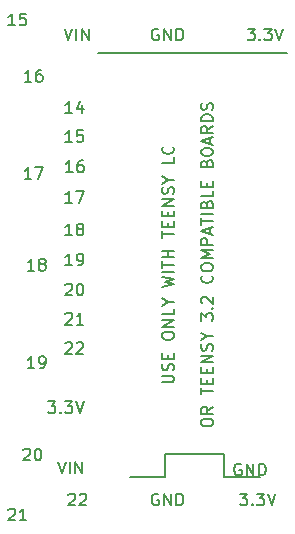
<source format=gto>
%TF.GenerationSoftware,KiCad,Pcbnew,4.0.5-e0-6337~49~ubuntu16.04.1*%
%TF.CreationDate,2017-01-31T09:51:37-08:00*%
%TF.ProjectId,4x7-Teensy-Breakout,3478372D5465656E73792D427265616B,1.0*%
%TF.FileFunction,Legend,Top*%
%FSLAX46Y46*%
G04 Gerber Fmt 4.6, Leading zero omitted, Abs format (unit mm)*
G04 Created by KiCad (PCBNEW 4.0.5-e0-6337~49~ubuntu16.04.1) date Tue Jan 31 09:51:37 2017*
%MOMM*%
%LPD*%
G01*
G04 APERTURE LIST*
%ADD10C,0.350000*%
%ADD11C,0.127000*%
%ADD12C,0.150000*%
G04 APERTURE END LIST*
D10*
D11*
X146906000Y-78593200D02*
X162906000Y-78593200D01*
X157606000Y-112494200D02*
X152606000Y-112494200D01*
X157606000Y-114494200D02*
X157606000Y-112494200D01*
X157606000Y-114494200D02*
X160606000Y-114494200D01*
X152606000Y-114494200D02*
X152606000Y-112494200D01*
X152606000Y-114494200D02*
X152606000Y-112494200D01*
X149606000Y-114494200D02*
X152606000Y-114494200D01*
X149606000Y-114494200D02*
X152606000Y-114494200D01*
D12*
X155629381Y-109937582D02*
X155629381Y-109747105D01*
X155677000Y-109651867D01*
X155772238Y-109556629D01*
X155962714Y-109509010D01*
X156296048Y-109509010D01*
X156486524Y-109556629D01*
X156581762Y-109651867D01*
X156629381Y-109747105D01*
X156629381Y-109937582D01*
X156581762Y-110032820D01*
X156486524Y-110128058D01*
X156296048Y-110175677D01*
X155962714Y-110175677D01*
X155772238Y-110128058D01*
X155677000Y-110032820D01*
X155629381Y-109937582D01*
X156629381Y-108509010D02*
X156153190Y-108842344D01*
X156629381Y-109080439D02*
X155629381Y-109080439D01*
X155629381Y-108699486D01*
X155677000Y-108604248D01*
X155724619Y-108556629D01*
X155819857Y-108509010D01*
X155962714Y-108509010D01*
X156057952Y-108556629D01*
X156105571Y-108604248D01*
X156153190Y-108699486D01*
X156153190Y-109080439D01*
X155629381Y-107461391D02*
X155629381Y-106889962D01*
X156629381Y-107175677D02*
X155629381Y-107175677D01*
X156105571Y-106556629D02*
X156105571Y-106223295D01*
X156629381Y-106080438D02*
X156629381Y-106556629D01*
X155629381Y-106556629D01*
X155629381Y-106080438D01*
X156105571Y-105651867D02*
X156105571Y-105318533D01*
X156629381Y-105175676D02*
X156629381Y-105651867D01*
X155629381Y-105651867D01*
X155629381Y-105175676D01*
X156629381Y-104747105D02*
X155629381Y-104747105D01*
X156629381Y-104175676D01*
X155629381Y-104175676D01*
X156581762Y-103747105D02*
X156629381Y-103604248D01*
X156629381Y-103366152D01*
X156581762Y-103270914D01*
X156534143Y-103223295D01*
X156438905Y-103175676D01*
X156343667Y-103175676D01*
X156248429Y-103223295D01*
X156200810Y-103270914D01*
X156153190Y-103366152D01*
X156105571Y-103556629D01*
X156057952Y-103651867D01*
X156010333Y-103699486D01*
X155915095Y-103747105D01*
X155819857Y-103747105D01*
X155724619Y-103699486D01*
X155677000Y-103651867D01*
X155629381Y-103556629D01*
X155629381Y-103318533D01*
X155677000Y-103175676D01*
X156153190Y-102556629D02*
X156629381Y-102556629D01*
X155629381Y-102889962D02*
X156153190Y-102556629D01*
X155629381Y-102223295D01*
X155629381Y-101223295D02*
X155629381Y-100604247D01*
X156010333Y-100937581D01*
X156010333Y-100794723D01*
X156057952Y-100699485D01*
X156105571Y-100651866D01*
X156200810Y-100604247D01*
X156438905Y-100604247D01*
X156534143Y-100651866D01*
X156581762Y-100699485D01*
X156629381Y-100794723D01*
X156629381Y-101080438D01*
X156581762Y-101175676D01*
X156534143Y-101223295D01*
X156534143Y-100175676D02*
X156581762Y-100128057D01*
X156629381Y-100175676D01*
X156581762Y-100223295D01*
X156534143Y-100175676D01*
X156629381Y-100175676D01*
X155724619Y-99747105D02*
X155677000Y-99699486D01*
X155629381Y-99604248D01*
X155629381Y-99366152D01*
X155677000Y-99270914D01*
X155724619Y-99223295D01*
X155819857Y-99175676D01*
X155915095Y-99175676D01*
X156057952Y-99223295D01*
X156629381Y-99794724D01*
X156629381Y-99175676D01*
X156534143Y-97413771D02*
X156581762Y-97461390D01*
X156629381Y-97604247D01*
X156629381Y-97699485D01*
X156581762Y-97842343D01*
X156486524Y-97937581D01*
X156391286Y-97985200D01*
X156200810Y-98032819D01*
X156057952Y-98032819D01*
X155867476Y-97985200D01*
X155772238Y-97937581D01*
X155677000Y-97842343D01*
X155629381Y-97699485D01*
X155629381Y-97604247D01*
X155677000Y-97461390D01*
X155724619Y-97413771D01*
X155629381Y-96794724D02*
X155629381Y-96604247D01*
X155677000Y-96509009D01*
X155772238Y-96413771D01*
X155962714Y-96366152D01*
X156296048Y-96366152D01*
X156486524Y-96413771D01*
X156581762Y-96509009D01*
X156629381Y-96604247D01*
X156629381Y-96794724D01*
X156581762Y-96889962D01*
X156486524Y-96985200D01*
X156296048Y-97032819D01*
X155962714Y-97032819D01*
X155772238Y-96985200D01*
X155677000Y-96889962D01*
X155629381Y-96794724D01*
X156629381Y-95937581D02*
X155629381Y-95937581D01*
X156343667Y-95604247D01*
X155629381Y-95270914D01*
X156629381Y-95270914D01*
X156629381Y-94794724D02*
X155629381Y-94794724D01*
X155629381Y-94413771D01*
X155677000Y-94318533D01*
X155724619Y-94270914D01*
X155819857Y-94223295D01*
X155962714Y-94223295D01*
X156057952Y-94270914D01*
X156105571Y-94318533D01*
X156153190Y-94413771D01*
X156153190Y-94794724D01*
X156343667Y-93842343D02*
X156343667Y-93366152D01*
X156629381Y-93937581D02*
X155629381Y-93604248D01*
X156629381Y-93270914D01*
X155629381Y-93080438D02*
X155629381Y-92509009D01*
X156629381Y-92794724D02*
X155629381Y-92794724D01*
X156629381Y-92175676D02*
X155629381Y-92175676D01*
X156105571Y-91366152D02*
X156153190Y-91223295D01*
X156200810Y-91175676D01*
X156296048Y-91128057D01*
X156438905Y-91128057D01*
X156534143Y-91175676D01*
X156581762Y-91223295D01*
X156629381Y-91318533D01*
X156629381Y-91699486D01*
X155629381Y-91699486D01*
X155629381Y-91366152D01*
X155677000Y-91270914D01*
X155724619Y-91223295D01*
X155819857Y-91175676D01*
X155915095Y-91175676D01*
X156010333Y-91223295D01*
X156057952Y-91270914D01*
X156105571Y-91366152D01*
X156105571Y-91699486D01*
X156629381Y-90223295D02*
X156629381Y-90699486D01*
X155629381Y-90699486D01*
X156105571Y-89889962D02*
X156105571Y-89556628D01*
X156629381Y-89413771D02*
X156629381Y-89889962D01*
X155629381Y-89889962D01*
X155629381Y-89413771D01*
X156105571Y-87889961D02*
X156153190Y-87747104D01*
X156200810Y-87699485D01*
X156296048Y-87651866D01*
X156438905Y-87651866D01*
X156534143Y-87699485D01*
X156581762Y-87747104D01*
X156629381Y-87842342D01*
X156629381Y-88223295D01*
X155629381Y-88223295D01*
X155629381Y-87889961D01*
X155677000Y-87794723D01*
X155724619Y-87747104D01*
X155819857Y-87699485D01*
X155915095Y-87699485D01*
X156010333Y-87747104D01*
X156057952Y-87794723D01*
X156105571Y-87889961D01*
X156105571Y-88223295D01*
X155629381Y-87032819D02*
X155629381Y-86842342D01*
X155677000Y-86747104D01*
X155772238Y-86651866D01*
X155962714Y-86604247D01*
X156296048Y-86604247D01*
X156486524Y-86651866D01*
X156581762Y-86747104D01*
X156629381Y-86842342D01*
X156629381Y-87032819D01*
X156581762Y-87128057D01*
X156486524Y-87223295D01*
X156296048Y-87270914D01*
X155962714Y-87270914D01*
X155772238Y-87223295D01*
X155677000Y-87128057D01*
X155629381Y-87032819D01*
X156343667Y-86223295D02*
X156343667Y-85747104D01*
X156629381Y-86318533D02*
X155629381Y-85985200D01*
X156629381Y-85651866D01*
X156629381Y-84747104D02*
X156153190Y-85080438D01*
X156629381Y-85318533D02*
X155629381Y-85318533D01*
X155629381Y-84937580D01*
X155677000Y-84842342D01*
X155724619Y-84794723D01*
X155819857Y-84747104D01*
X155962714Y-84747104D01*
X156057952Y-84794723D01*
X156105571Y-84842342D01*
X156153190Y-84937580D01*
X156153190Y-85318533D01*
X156629381Y-84318533D02*
X155629381Y-84318533D01*
X155629381Y-84080438D01*
X155677000Y-83937580D01*
X155772238Y-83842342D01*
X155867476Y-83794723D01*
X156057952Y-83747104D01*
X156200810Y-83747104D01*
X156391286Y-83794723D01*
X156486524Y-83842342D01*
X156581762Y-83937580D01*
X156629381Y-84080438D01*
X156629381Y-84318533D01*
X156581762Y-83366152D02*
X156629381Y-83223295D01*
X156629381Y-82985199D01*
X156581762Y-82889961D01*
X156534143Y-82842342D01*
X156438905Y-82794723D01*
X156343667Y-82794723D01*
X156248429Y-82842342D01*
X156200810Y-82889961D01*
X156153190Y-82985199D01*
X156105571Y-83175676D01*
X156057952Y-83270914D01*
X156010333Y-83318533D01*
X155915095Y-83366152D01*
X155819857Y-83366152D01*
X155724619Y-83318533D01*
X155677000Y-83270914D01*
X155629381Y-83175676D01*
X155629381Y-82937580D01*
X155677000Y-82794723D01*
X152327381Y-106437582D02*
X153136905Y-106437582D01*
X153232143Y-106389963D01*
X153279762Y-106342344D01*
X153327381Y-106247106D01*
X153327381Y-106056629D01*
X153279762Y-105961391D01*
X153232143Y-105913772D01*
X153136905Y-105866153D01*
X152327381Y-105866153D01*
X153279762Y-105437582D02*
X153327381Y-105294725D01*
X153327381Y-105056629D01*
X153279762Y-104961391D01*
X153232143Y-104913772D01*
X153136905Y-104866153D01*
X153041667Y-104866153D01*
X152946429Y-104913772D01*
X152898810Y-104961391D01*
X152851190Y-105056629D01*
X152803571Y-105247106D01*
X152755952Y-105342344D01*
X152708333Y-105389963D01*
X152613095Y-105437582D01*
X152517857Y-105437582D01*
X152422619Y-105389963D01*
X152375000Y-105342344D01*
X152327381Y-105247106D01*
X152327381Y-105009010D01*
X152375000Y-104866153D01*
X152803571Y-104437582D02*
X152803571Y-104104248D01*
X153327381Y-103961391D02*
X153327381Y-104437582D01*
X152327381Y-104437582D01*
X152327381Y-103961391D01*
X152327381Y-102580439D02*
X152327381Y-102389962D01*
X152375000Y-102294724D01*
X152470238Y-102199486D01*
X152660714Y-102151867D01*
X152994048Y-102151867D01*
X153184524Y-102199486D01*
X153279762Y-102294724D01*
X153327381Y-102389962D01*
X153327381Y-102580439D01*
X153279762Y-102675677D01*
X153184524Y-102770915D01*
X152994048Y-102818534D01*
X152660714Y-102818534D01*
X152470238Y-102770915D01*
X152375000Y-102675677D01*
X152327381Y-102580439D01*
X153327381Y-101723296D02*
X152327381Y-101723296D01*
X153327381Y-101151867D01*
X152327381Y-101151867D01*
X153327381Y-100199486D02*
X153327381Y-100675677D01*
X152327381Y-100675677D01*
X152851190Y-99675677D02*
X153327381Y-99675677D01*
X152327381Y-100009010D02*
X152851190Y-99675677D01*
X152327381Y-99342343D01*
X152327381Y-98342343D02*
X153327381Y-98104248D01*
X152613095Y-97913771D01*
X153327381Y-97723295D01*
X152327381Y-97485200D01*
X153327381Y-97104248D02*
X152327381Y-97104248D01*
X152327381Y-96770915D02*
X152327381Y-96199486D01*
X153327381Y-96485201D02*
X152327381Y-96485201D01*
X153327381Y-95866153D02*
X152327381Y-95866153D01*
X152803571Y-95866153D02*
X152803571Y-95294724D01*
X153327381Y-95294724D02*
X152327381Y-95294724D01*
X152327381Y-94199486D02*
X152327381Y-93628057D01*
X153327381Y-93913772D02*
X152327381Y-93913772D01*
X152803571Y-93294724D02*
X152803571Y-92961390D01*
X153327381Y-92818533D02*
X153327381Y-93294724D01*
X152327381Y-93294724D01*
X152327381Y-92818533D01*
X152803571Y-92389962D02*
X152803571Y-92056628D01*
X153327381Y-91913771D02*
X153327381Y-92389962D01*
X152327381Y-92389962D01*
X152327381Y-91913771D01*
X153327381Y-91485200D02*
X152327381Y-91485200D01*
X153327381Y-90913771D01*
X152327381Y-90913771D01*
X153279762Y-90485200D02*
X153327381Y-90342343D01*
X153327381Y-90104247D01*
X153279762Y-90009009D01*
X153232143Y-89961390D01*
X153136905Y-89913771D01*
X153041667Y-89913771D01*
X152946429Y-89961390D01*
X152898810Y-90009009D01*
X152851190Y-90104247D01*
X152803571Y-90294724D01*
X152755952Y-90389962D01*
X152708333Y-90437581D01*
X152613095Y-90485200D01*
X152517857Y-90485200D01*
X152422619Y-90437581D01*
X152375000Y-90389962D01*
X152327381Y-90294724D01*
X152327381Y-90056628D01*
X152375000Y-89913771D01*
X152851190Y-89294724D02*
X153327381Y-89294724D01*
X152327381Y-89628057D02*
X152851190Y-89294724D01*
X152327381Y-88961390D01*
X153327381Y-87389961D02*
X153327381Y-87866152D01*
X152327381Y-87866152D01*
X153232143Y-86485199D02*
X153279762Y-86532818D01*
X153327381Y-86675675D01*
X153327381Y-86770913D01*
X153279762Y-86913771D01*
X153184524Y-87009009D01*
X153089286Y-87056628D01*
X152898810Y-87104247D01*
X152755952Y-87104247D01*
X152565476Y-87056628D01*
X152470238Y-87009009D01*
X152375000Y-86913771D01*
X152327381Y-86770913D01*
X152327381Y-86675675D01*
X152375000Y-86532818D01*
X152422619Y-86485199D01*
X142679810Y-108045581D02*
X143298858Y-108045581D01*
X142965524Y-108426533D01*
X143108382Y-108426533D01*
X143203620Y-108474152D01*
X143251239Y-108521771D01*
X143298858Y-108617010D01*
X143298858Y-108855105D01*
X143251239Y-108950343D01*
X143203620Y-108997962D01*
X143108382Y-109045581D01*
X142822667Y-109045581D01*
X142727429Y-108997962D01*
X142679810Y-108950343D01*
X143727429Y-108950343D02*
X143775048Y-108997962D01*
X143727429Y-109045581D01*
X143679810Y-108997962D01*
X143727429Y-108950343D01*
X143727429Y-109045581D01*
X144108381Y-108045581D02*
X144727429Y-108045581D01*
X144394095Y-108426533D01*
X144536953Y-108426533D01*
X144632191Y-108474152D01*
X144679810Y-108521771D01*
X144727429Y-108617010D01*
X144727429Y-108855105D01*
X144679810Y-108950343D01*
X144632191Y-108997962D01*
X144536953Y-109045581D01*
X144251238Y-109045581D01*
X144156000Y-108997962D01*
X144108381Y-108950343D01*
X145013143Y-108045581D02*
X145346476Y-109045581D01*
X145679810Y-108045581D01*
X141255524Y-89235581D02*
X140684095Y-89235581D01*
X140969809Y-89235581D02*
X140969809Y-88235581D01*
X140874571Y-88378438D01*
X140779333Y-88473676D01*
X140684095Y-88521295D01*
X141588857Y-88235581D02*
X142255524Y-88235581D01*
X141826952Y-89235581D01*
X141255524Y-80985581D02*
X140684095Y-80985581D01*
X140969809Y-80985581D02*
X140969809Y-79985581D01*
X140874571Y-80128438D01*
X140779333Y-80223676D01*
X140684095Y-80271295D01*
X142112667Y-79985581D02*
X141922190Y-79985581D01*
X141826952Y-80033200D01*
X141779333Y-80080819D01*
X141684095Y-80223676D01*
X141636476Y-80414152D01*
X141636476Y-80795105D01*
X141684095Y-80890343D01*
X141731714Y-80937962D01*
X141826952Y-80985581D01*
X142017429Y-80985581D01*
X142112667Y-80937962D01*
X142160286Y-80890343D01*
X142207905Y-80795105D01*
X142207905Y-80557010D01*
X142160286Y-80461771D01*
X142112667Y-80414152D01*
X142017429Y-80366533D01*
X141826952Y-80366533D01*
X141731714Y-80414152D01*
X141684095Y-80461771D01*
X141636476Y-80557010D01*
X159004096Y-113368200D02*
X158908858Y-113320581D01*
X158766001Y-113320581D01*
X158623143Y-113368200D01*
X158527905Y-113463438D01*
X158480286Y-113558676D01*
X158432667Y-113749152D01*
X158432667Y-113892010D01*
X158480286Y-114082486D01*
X158527905Y-114177724D01*
X158623143Y-114272962D01*
X158766001Y-114320581D01*
X158861239Y-114320581D01*
X159004096Y-114272962D01*
X159051715Y-114225343D01*
X159051715Y-113892010D01*
X158861239Y-113892010D01*
X159480286Y-114320581D02*
X159480286Y-113320581D01*
X160051715Y-114320581D01*
X160051715Y-113320581D01*
X160527905Y-114320581D02*
X160527905Y-113320581D01*
X160766000Y-113320581D01*
X160908858Y-113368200D01*
X161004096Y-113463438D01*
X161051715Y-113558676D01*
X161099334Y-113749152D01*
X161099334Y-113892010D01*
X161051715Y-114082486D01*
X161004096Y-114177724D01*
X160908858Y-114272962D01*
X160766000Y-114320581D01*
X160527905Y-114320581D01*
X144144095Y-100640819D02*
X144191714Y-100593200D01*
X144286952Y-100545581D01*
X144525048Y-100545581D01*
X144620286Y-100593200D01*
X144667905Y-100640819D01*
X144715524Y-100736057D01*
X144715524Y-100831295D01*
X144667905Y-100974152D01*
X144096476Y-101545581D01*
X144715524Y-101545581D01*
X145667905Y-101545581D02*
X145096476Y-101545581D01*
X145382190Y-101545581D02*
X145382190Y-100545581D01*
X145286952Y-100688438D01*
X145191714Y-100783676D01*
X145096476Y-100831295D01*
X144765524Y-88645581D02*
X144194095Y-88645581D01*
X144479809Y-88645581D02*
X144479809Y-87645581D01*
X144384571Y-87788438D01*
X144289333Y-87883676D01*
X144194095Y-87931295D01*
X145622667Y-87645581D02*
X145432190Y-87645581D01*
X145336952Y-87693200D01*
X145289333Y-87740819D01*
X145194095Y-87883676D01*
X145146476Y-88074152D01*
X145146476Y-88455105D01*
X145194095Y-88550343D01*
X145241714Y-88597962D01*
X145336952Y-88645581D01*
X145527429Y-88645581D01*
X145622667Y-88597962D01*
X145670286Y-88550343D01*
X145717905Y-88455105D01*
X145717905Y-88217010D01*
X145670286Y-88121771D01*
X145622667Y-88074152D01*
X145527429Y-88026533D01*
X145336952Y-88026533D01*
X145241714Y-88074152D01*
X145194095Y-88121771D01*
X145146476Y-88217010D01*
X144715524Y-91246581D02*
X144144095Y-91246581D01*
X144429809Y-91246581D02*
X144429809Y-90246581D01*
X144334571Y-90389438D01*
X144239333Y-90484676D01*
X144144095Y-90532295D01*
X145048857Y-90246581D02*
X145715524Y-90246581D01*
X145286952Y-91246581D01*
X141505524Y-105235581D02*
X140934095Y-105235581D01*
X141219809Y-105235581D02*
X141219809Y-104235581D01*
X141124571Y-104378438D01*
X141029333Y-104473676D01*
X140934095Y-104521295D01*
X141981714Y-105235581D02*
X142172190Y-105235581D01*
X142267429Y-105187962D01*
X142315048Y-105140343D01*
X142410286Y-104997486D01*
X142457905Y-104807010D01*
X142457905Y-104426057D01*
X142410286Y-104330819D01*
X142362667Y-104283200D01*
X142267429Y-104235581D01*
X142076952Y-104235581D01*
X141981714Y-104283200D01*
X141934095Y-104330819D01*
X141886476Y-104426057D01*
X141886476Y-104664152D01*
X141934095Y-104759390D01*
X141981714Y-104807010D01*
X142076952Y-104854629D01*
X142267429Y-104854629D01*
X142362667Y-104807010D01*
X142410286Y-104759390D01*
X142457905Y-104664152D01*
X144715524Y-86095581D02*
X144144095Y-86095581D01*
X144429809Y-86095581D02*
X144429809Y-85095581D01*
X144334571Y-85238438D01*
X144239333Y-85333676D01*
X144144095Y-85381295D01*
X145620286Y-85095581D02*
X145144095Y-85095581D01*
X145096476Y-85571771D01*
X145144095Y-85524152D01*
X145239333Y-85476533D01*
X145477429Y-85476533D01*
X145572667Y-85524152D01*
X145620286Y-85571771D01*
X145667905Y-85667010D01*
X145667905Y-85905105D01*
X145620286Y-86000343D01*
X145572667Y-86047962D01*
X145477429Y-86095581D01*
X145239333Y-86095581D01*
X145144095Y-86047962D01*
X145096476Y-86000343D01*
X141505524Y-96985581D02*
X140934095Y-96985581D01*
X141219809Y-96985581D02*
X141219809Y-95985581D01*
X141124571Y-96128438D01*
X141029333Y-96223676D01*
X140934095Y-96271295D01*
X142076952Y-96414152D02*
X141981714Y-96366533D01*
X141934095Y-96318914D01*
X141886476Y-96223676D01*
X141886476Y-96176057D01*
X141934095Y-96080819D01*
X141981714Y-96033200D01*
X142076952Y-95985581D01*
X142267429Y-95985581D01*
X142362667Y-96033200D01*
X142410286Y-96080819D01*
X142457905Y-96176057D01*
X142457905Y-96223676D01*
X142410286Y-96318914D01*
X142362667Y-96366533D01*
X142267429Y-96414152D01*
X142076952Y-96414152D01*
X141981714Y-96461771D01*
X141934095Y-96509390D01*
X141886476Y-96604629D01*
X141886476Y-96795105D01*
X141934095Y-96890343D01*
X141981714Y-96937962D01*
X142076952Y-96985581D01*
X142267429Y-96985581D01*
X142362667Y-96937962D01*
X142410286Y-96890343D01*
X142457905Y-96795105D01*
X142457905Y-96604629D01*
X142410286Y-96509390D01*
X142362667Y-96461771D01*
X142267429Y-96414152D01*
X140589095Y-112145819D02*
X140636714Y-112098200D01*
X140731952Y-112050581D01*
X140970048Y-112050581D01*
X141065286Y-112098200D01*
X141112905Y-112145819D01*
X141160524Y-112241057D01*
X141160524Y-112336295D01*
X141112905Y-112479152D01*
X140541476Y-113050581D01*
X141160524Y-113050581D01*
X141779571Y-112050581D02*
X141874810Y-112050581D01*
X141970048Y-112098200D01*
X142017667Y-112145819D01*
X142065286Y-112241057D01*
X142112905Y-112431533D01*
X142112905Y-112669629D01*
X142065286Y-112860105D01*
X142017667Y-112955343D01*
X141970048Y-113002962D01*
X141874810Y-113050581D01*
X141779571Y-113050581D01*
X141684333Y-113002962D01*
X141636714Y-112955343D01*
X141589095Y-112860105D01*
X141541476Y-112669629D01*
X141541476Y-112431533D01*
X141589095Y-112241057D01*
X141636714Y-112145819D01*
X141684333Y-112098200D01*
X141779571Y-112050581D01*
X144144095Y-103141819D02*
X144191714Y-103094200D01*
X144286952Y-103046581D01*
X144525048Y-103046581D01*
X144620286Y-103094200D01*
X144667905Y-103141819D01*
X144715524Y-103237057D01*
X144715524Y-103332295D01*
X144667905Y-103475152D01*
X144096476Y-104046581D01*
X144715524Y-104046581D01*
X145096476Y-103141819D02*
X145144095Y-103094200D01*
X145239333Y-103046581D01*
X145477429Y-103046581D01*
X145572667Y-103094200D01*
X145620286Y-103141819D01*
X145667905Y-103237057D01*
X145667905Y-103332295D01*
X145620286Y-103475152D01*
X145048857Y-104046581D01*
X145667905Y-104046581D01*
X139890524Y-76220581D02*
X139319095Y-76220581D01*
X139604809Y-76220581D02*
X139604809Y-75220581D01*
X139509571Y-75363438D01*
X139414333Y-75458676D01*
X139319095Y-75506295D01*
X140795286Y-75220581D02*
X140319095Y-75220581D01*
X140271476Y-75696771D01*
X140319095Y-75649152D01*
X140414333Y-75601533D01*
X140652429Y-75601533D01*
X140747667Y-75649152D01*
X140795286Y-75696771D01*
X140842905Y-75792010D01*
X140842905Y-76030105D01*
X140795286Y-76125343D01*
X140747667Y-76172962D01*
X140652429Y-76220581D01*
X140414333Y-76220581D01*
X140319095Y-76172962D01*
X140271476Y-76125343D01*
X144715524Y-83645581D02*
X144144095Y-83645581D01*
X144429809Y-83645581D02*
X144429809Y-82645581D01*
X144334571Y-82788438D01*
X144239333Y-82883676D01*
X144144095Y-82931295D01*
X145572667Y-82978914D02*
X145572667Y-83645581D01*
X145334571Y-82597962D02*
X145096476Y-83312248D01*
X145715524Y-83312248D01*
X144144095Y-98175819D02*
X144191714Y-98128200D01*
X144286952Y-98080581D01*
X144525048Y-98080581D01*
X144620286Y-98128200D01*
X144667905Y-98175819D01*
X144715524Y-98271057D01*
X144715524Y-98366295D01*
X144667905Y-98509152D01*
X144096476Y-99080581D01*
X144715524Y-99080581D01*
X145334571Y-98080581D02*
X145429810Y-98080581D01*
X145525048Y-98128200D01*
X145572667Y-98175819D01*
X145620286Y-98271057D01*
X145667905Y-98461533D01*
X145667905Y-98699629D01*
X145620286Y-98890105D01*
X145572667Y-98985343D01*
X145525048Y-99032962D01*
X145429810Y-99080581D01*
X145334571Y-99080581D01*
X145239333Y-99032962D01*
X145191714Y-98985343D01*
X145144095Y-98890105D01*
X145096476Y-98699629D01*
X145096476Y-98461533D01*
X145144095Y-98271057D01*
X145191714Y-98175819D01*
X145239333Y-98128200D01*
X145334571Y-98080581D01*
X144715524Y-96540581D02*
X144144095Y-96540581D01*
X144429809Y-96540581D02*
X144429809Y-95540581D01*
X144334571Y-95683438D01*
X144239333Y-95778676D01*
X144144095Y-95826295D01*
X145191714Y-96540581D02*
X145382190Y-96540581D01*
X145477429Y-96492962D01*
X145525048Y-96445343D01*
X145620286Y-96302486D01*
X145667905Y-96112010D01*
X145667905Y-95731057D01*
X145620286Y-95635819D01*
X145572667Y-95588200D01*
X145477429Y-95540581D01*
X145286952Y-95540581D01*
X145191714Y-95588200D01*
X145144095Y-95635819D01*
X145096476Y-95731057D01*
X145096476Y-95969152D01*
X145144095Y-96064390D01*
X145191714Y-96112010D01*
X145286952Y-96159629D01*
X145477429Y-96159629D01*
X145572667Y-96112010D01*
X145620286Y-96064390D01*
X145667905Y-95969152D01*
X144715524Y-94000581D02*
X144144095Y-94000581D01*
X144429809Y-94000581D02*
X144429809Y-93000581D01*
X144334571Y-93143438D01*
X144239333Y-93238676D01*
X144144095Y-93286295D01*
X145286952Y-93429152D02*
X145191714Y-93381533D01*
X145144095Y-93333914D01*
X145096476Y-93238676D01*
X145096476Y-93191057D01*
X145144095Y-93095819D01*
X145191714Y-93048200D01*
X145286952Y-93000581D01*
X145477429Y-93000581D01*
X145572667Y-93048200D01*
X145620286Y-93095819D01*
X145667905Y-93191057D01*
X145667905Y-93238676D01*
X145620286Y-93333914D01*
X145572667Y-93381533D01*
X145477429Y-93429152D01*
X145286952Y-93429152D01*
X145191714Y-93476771D01*
X145144095Y-93524390D01*
X145096476Y-93619629D01*
X145096476Y-93810105D01*
X145144095Y-93905343D01*
X145191714Y-93952962D01*
X145286952Y-94000581D01*
X145477429Y-94000581D01*
X145572667Y-93952962D01*
X145620286Y-93905343D01*
X145667905Y-93810105D01*
X145667905Y-93619629D01*
X145620286Y-93524390D01*
X145572667Y-93476771D01*
X145477429Y-93429152D01*
X144065762Y-76490581D02*
X144399095Y-77490581D01*
X144732429Y-76490581D01*
X145065762Y-77490581D02*
X145065762Y-76490581D01*
X145541952Y-77490581D02*
X145541952Y-76490581D01*
X146113381Y-77490581D01*
X146113381Y-76490581D01*
X139319095Y-117225819D02*
X139366714Y-117178200D01*
X139461952Y-117130581D01*
X139700048Y-117130581D01*
X139795286Y-117178200D01*
X139842905Y-117225819D01*
X139890524Y-117321057D01*
X139890524Y-117416295D01*
X139842905Y-117559152D01*
X139271476Y-118130581D01*
X139890524Y-118130581D01*
X140842905Y-118130581D02*
X140271476Y-118130581D01*
X140557190Y-118130581D02*
X140557190Y-117130581D01*
X140461952Y-117273438D01*
X140366714Y-117368676D01*
X140271476Y-117416295D01*
X144399095Y-115955819D02*
X144446714Y-115908200D01*
X144541952Y-115860581D01*
X144780048Y-115860581D01*
X144875286Y-115908200D01*
X144922905Y-115955819D01*
X144970524Y-116051057D01*
X144970524Y-116146295D01*
X144922905Y-116289152D01*
X144351476Y-116860581D01*
X144970524Y-116860581D01*
X145351476Y-115955819D02*
X145399095Y-115908200D01*
X145494333Y-115860581D01*
X145732429Y-115860581D01*
X145827667Y-115908200D01*
X145875286Y-115955819D01*
X145922905Y-116051057D01*
X145922905Y-116146295D01*
X145875286Y-116289152D01*
X145303857Y-116860581D01*
X145922905Y-116860581D01*
X152019096Y-76538200D02*
X151923858Y-76490581D01*
X151781001Y-76490581D01*
X151638143Y-76538200D01*
X151542905Y-76633438D01*
X151495286Y-76728676D01*
X151447667Y-76919152D01*
X151447667Y-77062010D01*
X151495286Y-77252486D01*
X151542905Y-77347724D01*
X151638143Y-77442962D01*
X151781001Y-77490581D01*
X151876239Y-77490581D01*
X152019096Y-77442962D01*
X152066715Y-77395343D01*
X152066715Y-77062010D01*
X151876239Y-77062010D01*
X152495286Y-77490581D02*
X152495286Y-76490581D01*
X153066715Y-77490581D01*
X153066715Y-76490581D01*
X153542905Y-77490581D02*
X153542905Y-76490581D01*
X153781000Y-76490581D01*
X153923858Y-76538200D01*
X154019096Y-76633438D01*
X154066715Y-76728676D01*
X154114334Y-76919152D01*
X154114334Y-77062010D01*
X154066715Y-77252486D01*
X154019096Y-77347724D01*
X153923858Y-77442962D01*
X153781000Y-77490581D01*
X153542905Y-77490581D01*
X159559810Y-76490581D02*
X160178858Y-76490581D01*
X159845524Y-76871533D01*
X159988382Y-76871533D01*
X160083620Y-76919152D01*
X160131239Y-76966771D01*
X160178858Y-77062010D01*
X160178858Y-77300105D01*
X160131239Y-77395343D01*
X160083620Y-77442962D01*
X159988382Y-77490581D01*
X159702667Y-77490581D01*
X159607429Y-77442962D01*
X159559810Y-77395343D01*
X160607429Y-77395343D02*
X160655048Y-77442962D01*
X160607429Y-77490581D01*
X160559810Y-77442962D01*
X160607429Y-77395343D01*
X160607429Y-77490581D01*
X160988381Y-76490581D02*
X161607429Y-76490581D01*
X161274095Y-76871533D01*
X161416953Y-76871533D01*
X161512191Y-76919152D01*
X161559810Y-76966771D01*
X161607429Y-77062010D01*
X161607429Y-77300105D01*
X161559810Y-77395343D01*
X161512191Y-77442962D01*
X161416953Y-77490581D01*
X161131238Y-77490581D01*
X161036000Y-77442962D01*
X160988381Y-77395343D01*
X161893143Y-76490581D02*
X162226476Y-77490581D01*
X162559810Y-76490581D01*
X158924810Y-115860581D02*
X159543858Y-115860581D01*
X159210524Y-116241533D01*
X159353382Y-116241533D01*
X159448620Y-116289152D01*
X159496239Y-116336771D01*
X159543858Y-116432010D01*
X159543858Y-116670105D01*
X159496239Y-116765343D01*
X159448620Y-116812962D01*
X159353382Y-116860581D01*
X159067667Y-116860581D01*
X158972429Y-116812962D01*
X158924810Y-116765343D01*
X159972429Y-116765343D02*
X160020048Y-116812962D01*
X159972429Y-116860581D01*
X159924810Y-116812962D01*
X159972429Y-116765343D01*
X159972429Y-116860581D01*
X160353381Y-115860581D02*
X160972429Y-115860581D01*
X160639095Y-116241533D01*
X160781953Y-116241533D01*
X160877191Y-116289152D01*
X160924810Y-116336771D01*
X160972429Y-116432010D01*
X160972429Y-116670105D01*
X160924810Y-116765343D01*
X160877191Y-116812962D01*
X160781953Y-116860581D01*
X160496238Y-116860581D01*
X160401000Y-116812962D01*
X160353381Y-116765343D01*
X161258143Y-115860581D02*
X161591476Y-116860581D01*
X161924810Y-115860581D01*
X159004096Y-113368200D02*
X158908858Y-113320581D01*
X158766001Y-113320581D01*
X158623143Y-113368200D01*
X158527905Y-113463438D01*
X158480286Y-113558676D01*
X158432667Y-113749152D01*
X158432667Y-113892010D01*
X158480286Y-114082486D01*
X158527905Y-114177724D01*
X158623143Y-114272962D01*
X158766001Y-114320581D01*
X158861239Y-114320581D01*
X159004096Y-114272962D01*
X159051715Y-114225343D01*
X159051715Y-113892010D01*
X158861239Y-113892010D01*
X159480286Y-114320581D02*
X159480286Y-113320581D01*
X160051715Y-114320581D01*
X160051715Y-113320581D01*
X160527905Y-114320581D02*
X160527905Y-113320581D01*
X160766000Y-113320581D01*
X160908858Y-113368200D01*
X161004096Y-113463438D01*
X161051715Y-113558676D01*
X161099334Y-113749152D01*
X161099334Y-113892010D01*
X161051715Y-114082486D01*
X161004096Y-114177724D01*
X160908858Y-114272962D01*
X160766000Y-114320581D01*
X160527905Y-114320581D01*
X152019096Y-115908200D02*
X151923858Y-115860581D01*
X151781001Y-115860581D01*
X151638143Y-115908200D01*
X151542905Y-116003438D01*
X151495286Y-116098676D01*
X151447667Y-116289152D01*
X151447667Y-116432010D01*
X151495286Y-116622486D01*
X151542905Y-116717724D01*
X151638143Y-116812962D01*
X151781001Y-116860581D01*
X151876239Y-116860581D01*
X152019096Y-116812962D01*
X152066715Y-116765343D01*
X152066715Y-116432010D01*
X151876239Y-116432010D01*
X152495286Y-116860581D02*
X152495286Y-115860581D01*
X153066715Y-116860581D01*
X153066715Y-115860581D01*
X153542905Y-116860581D02*
X153542905Y-115860581D01*
X153781000Y-115860581D01*
X153923858Y-115908200D01*
X154019096Y-116003438D01*
X154066715Y-116098676D01*
X154114334Y-116289152D01*
X154114334Y-116432010D01*
X154066715Y-116622486D01*
X154019096Y-116717724D01*
X153923858Y-116812962D01*
X153781000Y-116860581D01*
X153542905Y-116860581D01*
X143510762Y-113145581D02*
X143844095Y-114145581D01*
X144177429Y-113145581D01*
X144510762Y-114145581D02*
X144510762Y-113145581D01*
X144986952Y-114145581D02*
X144986952Y-113145581D01*
X145558381Y-114145581D01*
X145558381Y-113145581D01*
M02*

</source>
